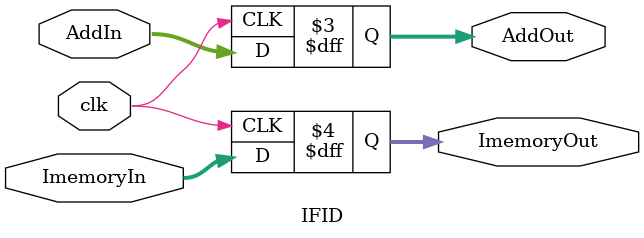
<source format=v>
`timescale 1ns / 1ps
module IFID(clk,AddIn,ImemoryIn,AddOut,ImemoryOut
    );
	 input clk;
input  [0:31] AddIn;
input  [0:31] ImemoryIn;
output reg [0:31] AddOut,ImemoryOut;
initial begin

AddOut = 0;
ImemoryOut = 0;
end


always@(posedge clk)
begin
 AddOut <= AddIn;
 ImemoryOut <= ImemoryIn;
end



endmodule

</source>
